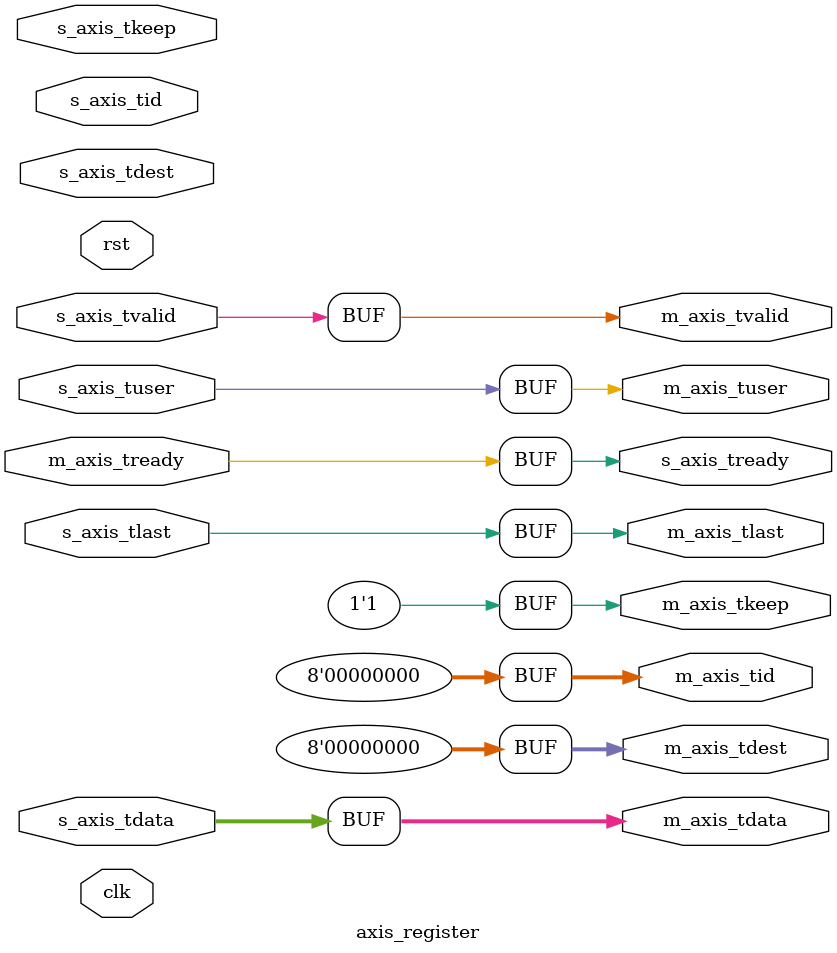
<source format=v>
/*

Copyright (c) 2014-2018 Alex Forencich

Permission is hereby granted, free of charge, to any person obtaining a copy
of this software and associated documentation files (the "Software"), to deal
in the Software without restriction, including without limitation the rights
to use, copy, modify, merge, publish, distribute, sublicense, and/or sell
copies of the Software, and to permit persons to whom the Software is
furnished to do so, subject to the following conditions:

The above copyright notice and this permission notice shall be included in
all copies or substantial portions of the Software.

THE SOFTWARE IS PROVIDED "AS IS", WITHOUT WARRANTY OF ANY KIND, EXPRESS OR
IMPLIED, INCLUDING BUT NOT LIMITED TO THE WARRANTIES OF MERCHANTABILITY
FITNESS FOR A PARTICULAR PURPOSE AND NONINFRINGEMENT. IN NO EVENT SHALL THE
AUTHORS OR COPYRIGHT HOLDERS BE LIABLE FOR ANY CLAIM, DAMAGES OR OTHER
LIABILITY, WHETHER IN AN ACTION OF CONTRACT, TORT OR OTHERWISE, ARISING FROM,
OUT OF OR IN CONNECTION WITH THE SOFTWARE OR THE USE OR OTHER DEALINGS IN
THE SOFTWARE.

*/

// Language: Verilog 2001


/*
 * AXI4-Stream register
 */
module axis_register #
(
    // Width of AXI stream interfaces in bits
    parameter DATA_WIDTH = 8,
    // Propagate tkeep signal
    parameter KEEP_ENABLE = (DATA_WIDTH>8),
    // tkeep signal width (words per cycle)
    parameter KEEP_WIDTH = ((DATA_WIDTH+7)/8),
    // Propagate tlast signal
    parameter LAST_ENABLE = 1,
    // Propagate tid signal
    parameter ID_ENABLE = 0,
    // tid signal width
    parameter ID_WIDTH = 8,
    // Propagate tdest signal
    parameter DEST_ENABLE = 0,
    // tdest signal width
    parameter DEST_WIDTH = 8,
    // Propagate tuser signal
    parameter USER_ENABLE = 1,
    // tuser signal width
    parameter USER_WIDTH = 1,
    // Register type
    // 0 to bypass, 1 for simple buffer, 2 for skid buffer
    parameter REG_TYPE = 0
)
(
    input  wire                   clk,
    input  wire                   rst,

    /*
     * AXI Stream input
     */
    input  wire [DATA_WIDTH-1:0]  s_axis_tdata,
    input  wire [KEEP_WIDTH-1:0]  s_axis_tkeep,
    input  wire                   s_axis_tvalid,
    output wire                   s_axis_tready,
    input  wire                   s_axis_tlast,
    input  wire [ID_WIDTH-1:0]    s_axis_tid,
    input  wire [DEST_WIDTH-1:0]  s_axis_tdest,
    input  wire [USER_WIDTH-1:0]  s_axis_tuser,

    /*
     * AXI Stream output
     */
    output wire [DATA_WIDTH-1:0]  m_axis_tdata,
    output wire [KEEP_WIDTH-1:0]  m_axis_tkeep,
    output wire                   m_axis_tvalid,
    input  wire                   m_axis_tready,
    output wire                   m_axis_tlast,
    output wire [ID_WIDTH-1:0]    m_axis_tid,
    output wire [DEST_WIDTH-1:0]  m_axis_tdest,
    output wire [USER_WIDTH-1:0]  m_axis_tuser
);

generate

if (REG_TYPE > 1) begin
    // skid buffer, no bubble cycles

    // datapath registers
    reg                  s_axis_tready_reg = 1'b0;

    reg [DATA_WIDTH-1:0] m_axis_tdata_reg  = {DATA_WIDTH{1'b0}};
    reg [KEEP_WIDTH-1:0] m_axis_tkeep_reg  = {KEEP_WIDTH{1'b0}};
    reg                  m_axis_tvalid_reg = 1'b0, m_axis_tvalid_next;
    reg                  m_axis_tlast_reg  = 1'b0;
    reg [ID_WIDTH-1:0]   m_axis_tid_reg    = {ID_WIDTH{1'b0}};
    reg [DEST_WIDTH-1:0] m_axis_tdest_reg  = {DEST_WIDTH{1'b0}};
    reg [USER_WIDTH-1:0] m_axis_tuser_reg  = {USER_WIDTH{1'b0}};

    reg [DATA_WIDTH-1:0] temp_m_axis_tdata_reg  = {DATA_WIDTH{1'b0}};
    reg [KEEP_WIDTH-1:0] temp_m_axis_tkeep_reg  = {KEEP_WIDTH{1'b0}};
    reg                  temp_m_axis_tvalid_reg = 1'b0, temp_m_axis_tvalid_next;
    reg                  temp_m_axis_tlast_reg  = 1'b0;
    reg [ID_WIDTH-1:0]   temp_m_axis_tid_reg    = {ID_WIDTH{1'b0}};
    reg [DEST_WIDTH-1:0] temp_m_axis_tdest_reg  = {DEST_WIDTH{1'b0}};
    reg [USER_WIDTH-1:0] temp_m_axis_tuser_reg  = {USER_WIDTH{1'b0}};

    // datapath control
    reg store_axis_input_to_output;
    reg store_axis_input_to_temp;
    reg store_axis_temp_to_output;

    assign s_axis_tready = s_axis_tready_reg;

    assign m_axis_tdata  = m_axis_tdata_reg;
    assign m_axis_tkeep  = KEEP_ENABLE ? m_axis_tkeep_reg : {KEEP_WIDTH{1'b1}};
    assign m_axis_tvalid = m_axis_tvalid_reg;
    assign m_axis_tlast  = LAST_ENABLE ? m_axis_tlast_reg : 1'b1;
    assign m_axis_tid    = ID_ENABLE   ? m_axis_tid_reg   : {ID_WIDTH{1'b0}};
    assign m_axis_tdest  = DEST_ENABLE ? m_axis_tdest_reg : {DEST_WIDTH{1'b0}};
    assign m_axis_tuser  = USER_ENABLE ? m_axis_tuser_reg : {USER_WIDTH{1'b0}};

    // enable ready input next cycle if output is ready or the temp reg will not be filled on the next cycle (output reg empty or no input)
    wire s_axis_tready_early = m_axis_tready || (!temp_m_axis_tvalid_reg && (!m_axis_tvalid_reg || !s_axis_tvalid));

    always @* begin
        // transfer sink ready state to source
        m_axis_tvalid_next = m_axis_tvalid_reg;
        temp_m_axis_tvalid_next = temp_m_axis_tvalid_reg;

        store_axis_input_to_output = 1'b0;
        store_axis_input_to_temp = 1'b0;
        store_axis_temp_to_output = 1'b0;

        if (s_axis_tready_reg) begin
            // input is ready
            if (m_axis_tready || !m_axis_tvalid_reg) begin
                // output is ready or currently not valid, transfer data to output
                m_axis_tvalid_next = s_axis_tvalid;
                store_axis_input_to_output = 1'b1;
            end else begin
                // output is not ready, store input in temp
                temp_m_axis_tvalid_next = s_axis_tvalid;
                store_axis_input_to_temp = 1'b1;
            end
        end else if (m_axis_tready) begin
            // input is not ready, but output is ready
            m_axis_tvalid_next = temp_m_axis_tvalid_reg;
            temp_m_axis_tvalid_next = 1'b0;
            store_axis_temp_to_output = 1'b1;
        end
    end

    always @(posedge clk) begin
        s_axis_tready_reg <= s_axis_tready_early;
        m_axis_tvalid_reg <= m_axis_tvalid_next;
        temp_m_axis_tvalid_reg <= temp_m_axis_tvalid_next;

        // datapath
        if (store_axis_input_to_output) begin
            m_axis_tdata_reg <= s_axis_tdata;
            m_axis_tkeep_reg <= s_axis_tkeep;
            m_axis_tlast_reg <= s_axis_tlast;
            m_axis_tid_reg   <= s_axis_tid;
            m_axis_tdest_reg <= s_axis_tdest;
            m_axis_tuser_reg <= s_axis_tuser;
        end else if (store_axis_temp_to_output) begin
            m_axis_tdata_reg <= temp_m_axis_tdata_reg;
            m_axis_tkeep_reg <= temp_m_axis_tkeep_reg;
            m_axis_tlast_reg <= temp_m_axis_tlast_reg;
            m_axis_tid_reg   <= temp_m_axis_tid_reg;
            m_axis_tdest_reg <= temp_m_axis_tdest_reg;
            m_axis_tuser_reg <= temp_m_axis_tuser_reg;
        end

        if (store_axis_input_to_temp) begin
            temp_m_axis_tdata_reg <= s_axis_tdata;
            temp_m_axis_tkeep_reg <= s_axis_tkeep;
            temp_m_axis_tlast_reg <= s_axis_tlast;
            temp_m_axis_tid_reg   <= s_axis_tid;
            temp_m_axis_tdest_reg <= s_axis_tdest;
            temp_m_axis_tuser_reg <= s_axis_tuser;
        end

        if (rst) begin
            s_axis_tready_reg <= 1'b0;
            m_axis_tvalid_reg <= 1'b0;
            temp_m_axis_tvalid_reg <= 1'b0;
        end
    end

end else if (REG_TYPE == 1) begin
    // simple register, inserts bubble cycles

    // datapath registers
    reg                  s_axis_tready_reg = 1'b0;

    reg [DATA_WIDTH-1:0] m_axis_tdata_reg  = {DATA_WIDTH{1'b0}};
    reg [KEEP_WIDTH-1:0] m_axis_tkeep_reg  = {KEEP_WIDTH{1'b0}};
    reg                  m_axis_tvalid_reg = 1'b0, m_axis_tvalid_next;
    reg                  m_axis_tlast_reg  = 1'b0;
    reg [ID_WIDTH-1:0]   m_axis_tid_reg    = {ID_WIDTH{1'b0}};
    reg [DEST_WIDTH-1:0] m_axis_tdest_reg  = {DEST_WIDTH{1'b0}};
    reg [USER_WIDTH-1:0] m_axis_tuser_reg  = {USER_WIDTH{1'b0}};

    // datapath control
    reg store_axis_input_to_output;

    assign s_axis_tready = s_axis_tready_reg;

    assign m_axis_tdata  = m_axis_tdata_reg;
    assign m_axis_tkeep  = KEEP_ENABLE ? m_axis_tkeep_reg : {KEEP_WIDTH{1'b1}};
    assign m_axis_tvalid = m_axis_tvalid_reg;
    assign m_axis_tlast  = LAST_ENABLE ? m_axis_tlast_reg : 1'b1;
    assign m_axis_tid    = ID_ENABLE   ? m_axis_tid_reg   : {ID_WIDTH{1'b0}};
    assign m_axis_tdest  = DEST_ENABLE ? m_axis_tdest_reg : {DEST_WIDTH{1'b0}};
    assign m_axis_tuser  = USER_ENABLE ? m_axis_tuser_reg : {USER_WIDTH{1'b0}};

    // enable ready input next cycle if output buffer will be empty
    wire s_axis_tready_early = !m_axis_tvalid_next;

    always @* begin
        // transfer sink ready state to source
        m_axis_tvalid_next = m_axis_tvalid_reg;

        store_axis_input_to_output = 1'b0;

        if (s_axis_tready_reg) begin
            m_axis_tvalid_next = s_axis_tvalid;
            store_axis_input_to_output = 1'b1;
        end else if (m_axis_tready) begin
            m_axis_tvalid_next = 1'b0;
        end
    end

    always @(posedge clk) begin
        s_axis_tready_reg <= s_axis_tready_early;
        m_axis_tvalid_reg <= m_axis_tvalid_next;

        // datapath
        if (store_axis_input_to_output) begin
            m_axis_tdata_reg <= s_axis_tdata;
            m_axis_tkeep_reg <= s_axis_tkeep;
            m_axis_tlast_reg <= s_axis_tlast;
            m_axis_tid_reg   <= s_axis_tid;
            m_axis_tdest_reg <= s_axis_tdest;
            m_axis_tuser_reg <= s_axis_tuser;
        end

        if (rst) begin
            s_axis_tready_reg <= 1'b0;
            m_axis_tvalid_reg <= 1'b0;
        end
    end

end else begin
    // bypass

    assign m_axis_tdata  = s_axis_tdata;
    assign m_axis_tkeep  = KEEP_ENABLE ? s_axis_tkeep : {KEEP_WIDTH{1'b1}};
    assign m_axis_tvalid = s_axis_tvalid;
    assign m_axis_tlast  = LAST_ENABLE ? s_axis_tlast : 1'b1;
    assign m_axis_tid    = ID_ENABLE   ? s_axis_tid   : {ID_WIDTH{1'b0}};
    assign m_axis_tdest  = DEST_ENABLE ? s_axis_tdest : {DEST_WIDTH{1'b0}};
    assign m_axis_tuser  = USER_ENABLE ? s_axis_tuser : {USER_WIDTH{1'b0}};

    assign s_axis_tready = m_axis_tready;

end

endgenerate

endmodule



</source>
